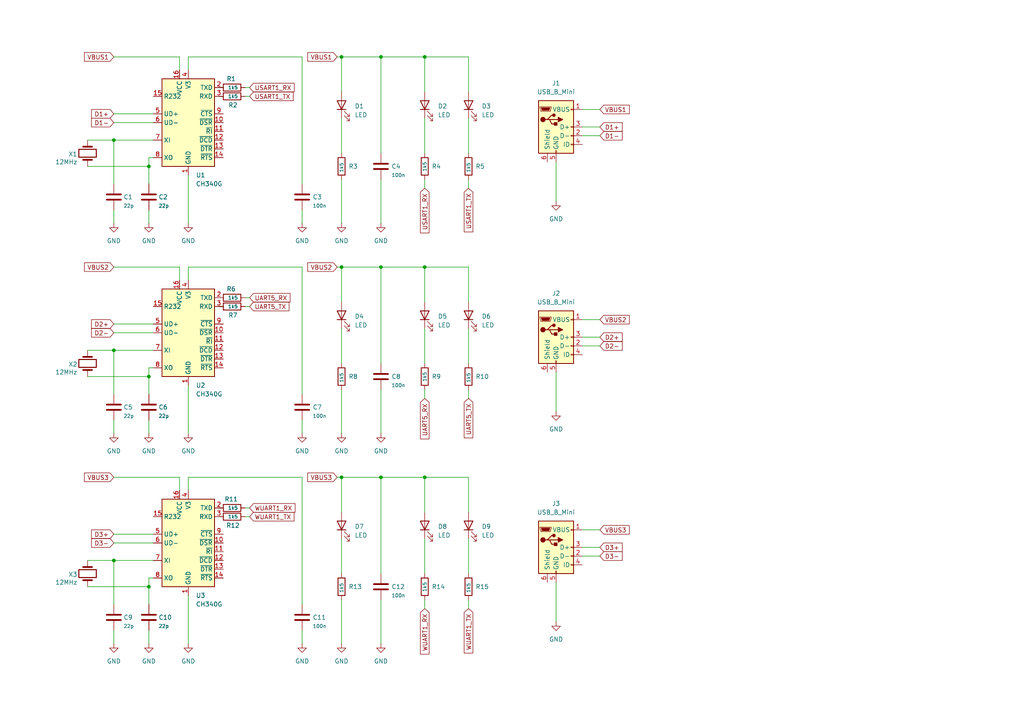
<source format=kicad_sch>
(kicad_sch (version 20231120) (generator "eeschema") (generator_version "8.0")
  (paper "A4")
  (title_block (title "MB02A1 - UART/USB Converters") (date "2025-01-18") (rev "A1"))
  (lib_symbols
    (symbol "Connector:USB_B_Mini" (pin_names (offset 1.016))
      (property "Reference" "J" (at -5.08 11.43 0))
      (property "Value" "USB_B_Mini" (at -5.08 8.89 0))
      (symbol "USB_B_Mini_0_1"
        (rectangle (start -5.08 -7.62) (end 5.08 7.62) (stroke (width 0.254)) (fill (type background)))
        (circle (center -3.81 2.159) (radius 0.635) (stroke (width 0.254)) (fill (type outline)))
        (circle (center -0.635 3.429) (radius 0.381) (stroke (width 0.254)) (fill (type outline)))
        (rectangle (start -0.127 -7.62) (end 0.127 -6.858))
        (polyline (pts (xy -1.905 2.159) (xy 0.635 2.159)) (stroke (width 0.254)))
        (polyline (pts (xy -3.175 2.159) (xy -2.54 2.159) (xy -1.27 3.429) (xy -0.635 3.429)) (stroke (width 0.254)))
        (polyline (pts (xy -2.54 2.159) (xy -1.905 2.159) (xy -1.27 0.889) (xy 0 0.889)) (stroke (width 0.254)))
        (polyline (pts (xy 0.635 2.794) (xy 0.635 1.524) (xy 1.905 2.159) (xy 0.635 2.794)) (stroke (width 0.254)) (fill (type outline)))
        (polyline (pts (xy -4.318 5.588) (xy -1.778 5.588) (xy -2.032 4.826) (xy -4.064 4.826) (xy -4.318 5.588)) (fill (type outline)))
        (polyline (pts (xy -4.699 5.842) (xy -4.699 5.588) (xy -4.445 4.826) (xy -4.445 4.572) (xy -1.651 4.572) (xy -1.651 4.826) (xy -1.397 5.588) (xy -1.397 5.842) (xy -4.699 5.842)))
        (rectangle (start 0.254 1.27) (end -0.508 0.508) (stroke (width 0.254)) (fill (type outline)))
        (rectangle (start 5.08 -5.207) (end 4.318 -4.953))
        (rectangle (start 5.08 -2.667) (end 4.318 -2.413))
        (rectangle (start 5.08 -0.127) (end 4.318 0.127))
        (rectangle (start 5.08 4.953) (end 4.318 5.207))
      )
      (symbol "USB_B_Mini_1_1"
        (pin power_out line (at 7.62 5.08 180) (length 2.54) (name "VBUS") (number "1"))
        (pin bidirectional line (at 7.62 -2.54 180) (length 2.54) (name "D-") (number "2"))
        (pin bidirectional line (at 7.62 0 180) (length 2.54) (name "D+") (number "3"))
        (pin passive line (at 7.62 -5.08 180) (length 2.54) (name "ID") (number "4"))
        (pin power_out line (at 0 -10.16 90) (length 2.54) (name "GND") (number "5"))
        (pin passive line (at -2.54 -10.16 90) (length 2.54) (name "Shield") (number "6"))
      )
    )
    (symbol "Device:C" (pin_numbers hide) (pin_names (offset 0.254))
      (property "Reference" "C" (at 0.635 2.54 0))
      (property "Value" "C" (at 0.635 -2.54 0))
      (symbol "C_0_1"
        (polyline (pts (xy -2.032 -0.762) (xy 2.032 -0.762)) (stroke (width 0.508)))
        (polyline (pts (xy -2.032 0.762) (xy 2.032 0.762)) (stroke (width 0.508)))
      )
      (symbol "C_1_1"
        (pin passive line (at 0 3.81 270) (length 2.794) (name "~") (number "1"))
        (pin passive line (at 0 -3.81 90) (length 2.794) (name "~") (number "2"))
      )
    )
    (symbol "Device:Crystal" (pin_numbers hide) (pin_names (offset 1.016) hide)
      (property "Reference" "Y" (at 0 3.81 0))
      (property "Value" "Crystal" (at 0 -3.81 0))
      (symbol "Crystal_0_1"
        (rectangle (start -1.143 2.54) (end 1.143 -2.54) (stroke (width 0.3048)))
        (polyline (pts (xy -2.54 0) (xy -1.905 0)))
        (polyline (pts (xy -1.905 -1.27) (xy -1.905 1.27)) (stroke (width 0.508)))
        (polyline (pts (xy 1.905 -1.27) (xy 1.905 1.27)) (stroke (width 0.508)))
        (polyline (pts (xy 2.54 0) (xy 1.905 0)))
      )
      (symbol "Crystal_1_1"
        (pin passive line (at -3.81 0 0) (length 1.27) (name "1") (number "1"))
        (pin passive line (at 3.81 0 180) (length 1.27) (name "2") (number "2"))
      )
    )
    (symbol "Device:LED" (pin_numbers hide) (pin_names (offset 1.016) hide)
      (property "Reference" "D" (at 0 2.54 0))
      (property "Value" "LED" (at 0 -2.54 0))
      (symbol "LED_0_1"
        (polyline (pts (xy -1.27 -1.27) (xy -1.27 1.27)) (stroke (width 0.254)))
        (polyline (pts (xy -1.27 0) (xy 1.27 0)))
        (polyline (pts (xy 1.27 -1.27) (xy 1.27 1.27) (xy -1.27 0) (xy 1.27 -1.27)) (stroke (width 0.254)))
        (polyline (pts (xy -3.048 -0.762) (xy -4.572 -2.286) (xy -3.81 -2.286) (xy -4.572 -2.286) (xy -4.572 -1.524)))
        (polyline (pts (xy -1.778 -0.762) (xy -3.302 -2.286) (xy -2.54 -2.286) (xy -3.302 -2.286) (xy -3.302 -1.524)))
      )
      (symbol "LED_1_1"
        (pin passive line (at -3.81 0 0) (length 2.54) (name "K") (number "1"))
        (pin passive line (at 3.81 0 180) (length 2.54) (name "A") (number "2"))
      )
    )
    (symbol "Device:R" (pin_numbers hide) (pin_names (offset 0))
      (property "Reference" "R" (at 2.032 0 90))
      (property "Value" "R" (at 0 0 90))
      (symbol "R_0_1"
        (rectangle (start -1.016 -2.54) (end 1.016 2.54) (stroke (width 0.254)))
      )
      (symbol "R_1_1"
        (pin passive line (at 0 3.81 270) (length 1.27) (name "~") (number "1"))
        (pin passive line (at 0 -3.81 90) (length 1.27) (name "~") (number "2"))
      )
    )
    (symbol "Interface_USB:CH340G"
      (property "Reference" "U" (at -5.08 13.97 0))
      (property "Value" "CH340G" (at 1.27 13.97 0))
      (symbol "CH340G_0_1"
        (rectangle (start -7.62 12.7) (end 7.62 -12.7) (stroke (width 0.254)) (fill (type background)))
      )
      (symbol "CH340G_1_1"
        (pin power_in line (at 0 -15.24 90) (length 2.54) (name "GND") (number "1"))
        (pin input line (at 10.16 0 180) (length 2.54) (name "~{DSR}") (number "10"))
        (pin input line (at 10.16 -2.54 180) (length 2.54) (name "~{RI}") (number "11"))
        (pin input line (at 10.16 -5.08 180) (length 2.54) (name "~{DCD}") (number "12"))
        (pin output line (at 10.16 -7.62 180) (length 2.54) (name "~{DTR}") (number "13"))
        (pin output line (at 10.16 -10.16 180) (length 2.54) (name "~{RTS}") (number "14"))
        (pin input line (at -10.16 7.62 0) (length 2.54) (name "R232") (number "15"))
        (pin power_in line (at -2.54 15.24 270) (length 2.54) (name "VCC") (number "16"))
        (pin output line (at 10.16 10.16 180) (length 2.54) (name "TXD") (number "2"))
        (pin input line (at 10.16 7.62 180) (length 2.54) (name "RXD") (number "3"))
        (pin power_out line (at 0 15.24 270) (length 2.54) (name "V3") (number "4"))
        (pin bidirectional line (at -10.16 2.54 0) (length 2.54) (name "UD+") (number "5"))
        (pin bidirectional line (at -10.16 0 0) (length 2.54) (name "UD-") (number "6"))
        (pin input line (at -10.16 -5.08 0) (length 2.54) (name "XI") (number "7"))
        (pin output line (at -10.16 -10.16 0) (length 2.54) (name "XO") (number "8"))
        (pin input line (at 10.16 2.54 180) (length 2.54) (name "~{CTS}") (number "9"))
      )
    )
    (symbol "power:GND" (power) (pin_numbers hide) (pin_names (offset 0) hide)
      (property "Value" "GND" (at 0 -3.81 0))
      (symbol "GND_0_1"
        (polyline (pts (xy 0 0) (xy 0 -1.27) (xy 1.27 -1.27) (xy 0 -2.54) (xy -1.27 -1.27) (xy 0 -1.27)))
      )
      (symbol "GND_1_1"
        (pin power_in line (at 0 0 270) (length 0) (name "~") (number "1"))
      )
    )
  )
  (junction (at 43.18 48.26))
  (junction (at 99.06 77.47))
  (junction (at 43.18 170.18))
  (junction (at 99.06 16.51))
  (junction (at 99.06 138.43))
  (junction (at 110.49 77.47))
  (junction (at 110.49 16.51))
  (junction (at 123.19 16.51))
  (junction (at 33.02 162.56))
  (junction (at 123.19 77.47))
  (junction (at 110.49 138.43))
  (junction (at 43.18 109.22))
  (junction (at 33.02 40.64))
  (junction (at 123.19 138.43))
  (junction (at 33.02 101.6))
  (wire (pts (xy 161.29 46.99) (xy 161.29 58.42)))
  (wire (pts (xy 33.02 60.96) (xy 33.02 64.77)))
  (wire (pts (xy 52.07 16.51) (xy 52.07 20.32)))
  (wire (pts (xy 43.18 109.22) (xy 43.18 114.3)))
  (wire (pts (xy 33.02 16.51) (xy 52.07 16.51)))
  (wire (pts (xy 135.89 34.29) (xy 135.89 44.45)))
  (wire (pts (xy 33.02 101.6) (xy 44.45 101.6)))
  (wire (pts (xy 110.49 173.99) (xy 110.49 186.69)))
  (wire (pts (xy 135.89 52.07) (xy 135.89 54.61)))
  (wire (pts (xy 64.77 147.32) (xy 63.5 147.32)))
  (wire (pts (xy 135.89 113.03) (xy 135.89 115.57)))
  (wire (pts (xy 99.06 52.07) (xy 99.06 64.77)))
  (wire (pts (xy 64.77 25.4) (xy 63.5 25.4)))
  (wire (pts (xy 110.49 113.03) (xy 110.49 125.73)))
  (wire (pts (xy 71.12 88.9) (xy 72.39 88.9)))
  (wire (pts (xy 87.63 60.96) (xy 87.63 64.77)))
  (wire (pts (xy 54.61 64.77) (xy 54.61 50.8)))
  (wire (pts (xy 64.77 149.86) (xy 63.5 149.86)))
  (wire (pts (xy 33.02 157.48) (xy 44.45 157.48)))
  (wire (pts (xy 87.63 121.92) (xy 87.63 125.73)))
  (wire (pts (xy 71.12 27.94) (xy 72.39 27.94)))
  (wire (pts (xy 135.89 156.21) (xy 135.89 166.37)))
  (wire (pts (xy 110.49 166.37) (xy 110.49 138.43)))
  (wire (pts (xy 110.49 105.41) (xy 110.49 77.47)))
  (wire (pts (xy 43.18 167.64) (xy 44.45 167.64)))
  (wire (pts (xy 168.91 158.75) (xy 173.99 158.75)))
  (wire (pts (xy 123.19 52.07) (xy 123.19 54.61)))
  (wire (pts (xy 110.49 16.51) (xy 99.06 16.51)))
  (wire (pts (xy 43.18 106.68) (xy 43.18 109.22)))
  (wire (pts (xy 25.4 162.56) (xy 33.02 162.56)))
  (wire (pts (xy 87.63 138.43) (xy 54.61 138.43)))
  (wire (pts (xy 33.02 40.64) (xy 44.45 40.64)))
  (wire (pts (xy 99.06 77.47) (xy 99.06 87.63)))
  (wire (pts (xy 43.18 182.88) (xy 43.18 186.69)))
  (wire (pts (xy 123.19 87.63) (xy 123.19 77.47)))
  (wire (pts (xy 99.06 95.25) (xy 99.06 105.41)))
  (wire (pts (xy 33.02 96.52) (xy 44.45 96.52)))
  (wire (pts (xy 99.06 34.29) (xy 99.06 44.45)))
  (wire (pts (xy 43.18 167.64) (xy 43.18 170.18)))
  (wire (pts (xy 33.02 162.56) (xy 33.02 175.26)))
  (wire (pts (xy 168.91 92.71) (xy 173.99 92.71)))
  (wire (pts (xy 135.89 26.67) (xy 135.89 16.51)))
  (wire (pts (xy 52.07 77.47) (xy 52.07 81.28)))
  (wire (pts (xy 52.07 138.43) (xy 52.07 142.24)))
  (wire (pts (xy 54.61 77.47) (xy 54.61 81.28)))
  (wire (pts (xy 64.77 27.94) (xy 63.5 27.94)))
  (wire (pts (xy 33.02 33.02) (xy 44.45 33.02)))
  (wire (pts (xy 54.61 125.73) (xy 54.61 111.76)))
  (wire (pts (xy 25.4 170.18) (xy 43.18 170.18)))
  (wire (pts (xy 97.79 138.43) (xy 99.06 138.43)))
  (wire (pts (xy 33.02 101.6) (xy 33.02 114.3)))
  (wire (pts (xy 135.89 16.51) (xy 123.19 16.51)))
  (wire (pts (xy 123.19 173.99) (xy 123.19 176.53)))
  (wire (pts (xy 99.06 156.21) (xy 99.06 166.37)))
  (wire (pts (xy 64.77 88.9) (xy 63.5 88.9)))
  (wire (pts (xy 33.02 162.56) (xy 44.45 162.56)))
  (wire (pts (xy 110.49 44.45) (xy 110.49 16.51)))
  (wire (pts (xy 33.02 138.43) (xy 52.07 138.43)))
  (wire (pts (xy 87.63 53.34) (xy 87.63 16.51)))
  (wire (pts (xy 43.18 60.96) (xy 43.18 64.77)))
  (wire (pts (xy 33.02 154.94) (xy 44.45 154.94)))
  (wire (pts (xy 33.02 182.88) (xy 33.02 186.69)))
  (wire (pts (xy 135.89 173.99) (xy 135.89 176.53)))
  (wire (pts (xy 110.49 138.43) (xy 99.06 138.43)))
  (wire (pts (xy 99.06 173.99) (xy 99.06 186.69)))
  (wire (pts (xy 168.91 161.29) (xy 173.99 161.29)))
  (wire (pts (xy 168.91 36.83) (xy 173.99 36.83)))
  (wire (pts (xy 87.63 175.26) (xy 87.63 138.43)))
  (wire (pts (xy 87.63 77.47) (xy 54.61 77.47)))
  (wire (pts (xy 71.12 147.32) (xy 72.39 147.32)))
  (wire (pts (xy 54.61 138.43) (xy 54.61 142.24)))
  (wire (pts (xy 33.02 121.92) (xy 33.02 125.73)))
  (wire (pts (xy 25.4 109.22) (xy 43.18 109.22)))
  (wire (pts (xy 54.61 16.51) (xy 54.61 20.32)))
  (wire (pts (xy 123.19 148.59) (xy 123.19 138.43)))
  (wire (pts (xy 71.12 25.4) (xy 72.39 25.4)))
  (wire (pts (xy 71.12 86.36) (xy 72.39 86.36)))
  (wire (pts (xy 168.91 100.33) (xy 173.99 100.33)))
  (wire (pts (xy 87.63 114.3) (xy 87.63 77.47)))
  (wire (pts (xy 43.18 121.92) (xy 43.18 125.73)))
  (wire (pts (xy 25.4 40.64) (xy 33.02 40.64)))
  (wire (pts (xy 71.12 149.86) (xy 72.39 149.86)))
  (wire (pts (xy 135.89 87.63) (xy 135.89 77.47)))
  (wire (pts (xy 168.91 39.37) (xy 173.99 39.37)))
  (wire (pts (xy 110.49 52.07) (xy 110.49 64.77)))
  (wire (pts (xy 161.29 168.91) (xy 161.29 180.34)))
  (wire (pts (xy 135.89 138.43) (xy 123.19 138.43)))
  (wire (pts (xy 33.02 40.64) (xy 33.02 53.34)))
  (wire (pts (xy 87.63 182.88) (xy 87.63 186.69)))
  (wire (pts (xy 43.18 48.26) (xy 43.18 53.34)))
  (wire (pts (xy 97.79 77.47) (xy 99.06 77.47)))
  (wire (pts (xy 99.06 138.43) (xy 99.06 148.59)))
  (wire (pts (xy 43.18 106.68) (xy 44.45 106.68)))
  (wire (pts (xy 54.61 186.69) (xy 54.61 172.72)))
  (wire (pts (xy 123.19 34.29) (xy 123.19 44.45)))
  (wire (pts (xy 33.02 93.98) (xy 44.45 93.98)))
  (wire (pts (xy 135.89 95.25) (xy 135.89 105.41)))
  (wire (pts (xy 33.02 77.47) (xy 52.07 77.47)))
  (wire (pts (xy 135.89 77.47) (xy 123.19 77.47)))
  (wire (pts (xy 123.19 113.03) (xy 123.19 115.57)))
  (wire (pts (xy 123.19 16.51) (xy 110.49 16.51)))
  (wire (pts (xy 87.63 16.51) (xy 54.61 16.51)))
  (wire (pts (xy 135.89 148.59) (xy 135.89 138.43)))
  (wire (pts (xy 110.49 77.47) (xy 99.06 77.47)))
  (wire (pts (xy 99.06 16.51) (xy 99.06 26.67)))
  (wire (pts (xy 123.19 95.25) (xy 123.19 105.41)))
  (wire (pts (xy 64.77 86.36) (xy 63.5 86.36)))
  (wire (pts (xy 123.19 77.47) (xy 110.49 77.47)))
  (wire (pts (xy 168.91 153.67) (xy 173.99 153.67)))
  (wire (pts (xy 25.4 101.6) (xy 33.02 101.6)))
  (wire (pts (xy 99.06 113.03) (xy 99.06 125.73)))
  (wire (pts (xy 43.18 45.72) (xy 43.18 48.26)))
  (wire (pts (xy 123.19 26.67) (xy 123.19 16.51)))
  (wire (pts (xy 123.19 156.21) (xy 123.19 166.37)))
  (wire (pts (xy 97.79 16.51) (xy 99.06 16.51)))
  (wire (pts (xy 43.18 170.18) (xy 43.18 175.26)))
  (wire (pts (xy 43.18 45.72) (xy 44.45 45.72)))
  (wire (pts (xy 25.4 48.26) (xy 43.18 48.26)))
  (wire (pts (xy 168.91 97.79) (xy 173.99 97.79)))
  (wire (pts (xy 123.19 138.43) (xy 110.49 138.43)))
  (wire (pts (xy 161.29 107.95) (xy 161.29 119.38)))
  (wire (pts (xy 168.91 31.75) (xy 173.99 31.75)))
  (wire (pts (xy 33.02 35.56) (xy 44.45 35.56)))
  (global_label "D3+" (shape input) (at 33.02 154.94 180) (property "Intersheetrefs" "${INTERSHEET_REFS}" (effects (hide yes))))
  (global_label "VBUS2" (shape input) (at 173.99 92.71 0) (property "Intersheetrefs" "${INTERSHEET_REFS}" (effects (hide yes))))
  (global_label "D1-" (shape input) (at 173.99 39.37 0) (property "Intersheetrefs" "${INTERSHEET_REFS}" (effects (hide yes))))
  (global_label "WUART1_TX" (shape input) (at 135.89 176.53 270) (property "Intersheetrefs" "${INTERSHEET_REFS}" (effects (hide yes))))
  (global_label "D2-" (shape input) (at 33.02 96.52 180) (property "Intersheetrefs" "${INTERSHEET_REFS}" (effects (hide yes))))
  (global_label "WUART1_TX" (shape input) (at 72.39 149.86 0) (property "Intersheetrefs" "${INTERSHEET_REFS}" (effects (hide yes))))
  (global_label "D3-" (shape input) (at 33.02 157.48 180) (property "Intersheetrefs" "${INTERSHEET_REFS}" (effects (hide yes))))
  (global_label "D2+" (shape input) (at 173.99 97.79 0) (property "Intersheetrefs" "${INTERSHEET_REFS}" (effects (hide yes))))
  (global_label "UART5_TX" (shape input) (at 72.39 88.9 0) (property "Intersheetrefs" "${INTERSHEET_REFS}" (effects (hide yes))))
  (global_label "WUART1_RX" (shape input) (at 72.39 147.32 0) (property "Intersheetrefs" "${INTERSHEET_REFS}" (effects (hide yes))))
  (global_label "WUART1_RX" (shape input) (at 123.19 176.53 270) (property "Intersheetrefs" "${INTERSHEET_REFS}" (effects (hide yes))))
  (global_label "USART1_TX" (shape input) (at 72.39 27.94 0) (property "Intersheetrefs" "${INTERSHEET_REFS}" (effects (hide yes))))
  (global_label "UART5_TX" (shape input) (at 135.89 115.57 270) (property "Intersheetrefs" "${INTERSHEET_REFS}" (effects (hide yes))))
  (global_label "D3+" (shape input) (at 173.99 158.75 0) (property "Intersheetrefs" "${INTERSHEET_REFS}" (effects (hide yes))))
  (global_label "VBUS1" (shape input) (at 173.99 31.75 0) (property "Intersheetrefs" "${INTERSHEET_REFS}" (effects (hide yes))))
  (global_label "VBUS3" (shape input) (at 97.79 138.43 180) (property "Intersheetrefs" "${INTERSHEET_REFS}" (effects (hide yes))))
  (global_label "D2-" (shape input) (at 173.99 100.33 0) (property "Intersheetrefs" "${INTERSHEET_REFS}" (effects (hide yes))))
  (global_label "D1+" (shape input) (at 173.99 36.83 0) (property "Intersheetrefs" "${INTERSHEET_REFS}" (effects (hide yes))))
  (global_label "VBUS1" (shape input) (at 97.79 16.51 180) (property "Intersheetrefs" "${INTERSHEET_REFS}" (effects (hide yes))))
  (global_label "USART1_RX" (shape input) (at 123.19 54.61 270) (property "Intersheetrefs" "${INTERSHEET_REFS}" (effects (hide yes))))
  (global_label "VBUS2" (shape input) (at 97.79 77.47 180) (property "Intersheetrefs" "${INTERSHEET_REFS}" (effects (hide yes))))
  (global_label "USART1_RX" (shape input) (at 72.39 25.4 0) (property "Intersheetrefs" "${INTERSHEET_REFS}" (effects (hide yes))))
  (global_label "UART5_RX" (shape input) (at 72.39 86.36 0) (property "Intersheetrefs" "${INTERSHEET_REFS}" (effects (hide yes))))
  (global_label "UART5_RX" (shape input) (at 123.19 115.57 270) (property "Intersheetrefs" "${INTERSHEET_REFS}" (effects (hide yes))))
  (global_label "VBUS3" (shape input) (at 33.02 138.43 180) (property "Intersheetrefs" "${INTERSHEET_REFS}" (effects (hide yes))))
  (global_label "D3-" (shape input) (at 173.99 161.29 0) (property "Intersheetrefs" "${INTERSHEET_REFS}" (effects (hide yes))))
  (global_label "VBUS1" (shape input) (at 33.02 16.51 180) (property "Intersheetrefs" "${INTERSHEET_REFS}" (effects (hide yes))))
  (global_label "VBUS3" (shape input) (at 173.99 153.67 0) (property "Intersheetrefs" "${INTERSHEET_REFS}" (effects (hide yes))))
  (global_label "D1+" (shape input) (at 33.02 33.02 180) (property "Intersheetrefs" "${INTERSHEET_REFS}" (effects (hide yes))))
  (global_label "D1-" (shape input) (at 33.02 35.56 180) (property "Intersheetrefs" "${INTERSHEET_REFS}" (effects (hide yes))))
  (global_label "D2+" (shape input) (at 33.02 93.98 180) (property "Intersheetrefs" "${INTERSHEET_REFS}" (effects (hide yes))))
  (global_label "USART1_TX" (shape input) (at 135.89 54.61 270) (property "Intersheetrefs" "${INTERSHEET_REFS}" (effects (hide yes))))
  (global_label "VBUS2" (shape input) (at 33.02 77.47 180) (property "Intersheetrefs" "${INTERSHEET_REFS}" (effects (hide yes))))
  (symbol (lib_id "power:GND") (at 33.02 186.69 0) (unit 1)
    (property "Reference" "#PWR013" (effects (hide yes)))
    (property "Value" "GND" (at 33.02 191.77 0))
    (property "Description" "Power symbol creates a global label with name \"GND\" , ground" (effects (hide yes)))
  )
  (symbol (lib_id "Device:LED") (at 135.89 91.44 90) (unit 1)
    (property "Reference" "D6" (at 139.7 91.7574 90) (effects (justify right)))
    (property "Value" "LED" (at 139.7 94.2974 90) (effects (justify right)))
    (property "Footprint" "LED_SMD:LED_1206_3216Metric" (effects (hide yes)))
    (property "Description" "Light emitting diode" (effects (hide yes)))
  )
  (symbol (lib_id "power:GND") (at 43.18 64.77 0) (unit 1)
    (property "Reference" "#PWR02" (effects (hide yes)))
    (property "Value" "GND" (at 43.18 69.85 0))
    (property "Description" "Power symbol creates a global label with name \"GND\" , ground" (effects (hide yes)))
  )
  (symbol (lib_id "power:GND") (at 110.49 64.77 0) (unit 1)
    (property "Reference" "#PWR06" (effects (hide yes)))
    (property "Value" "GND" (at 110.49 69.85 0))
    (property "Description" "Power symbol creates a global label with name \"GND\" , ground" (effects (hide yes)))
  )
  (symbol (lib_id "Device:R") (at 135.89 48.26 0) (unit 1)
    (property "Reference" "R5" (at 137.922 48.26 0) (effects (justify left)))
    (property "Value" "1k5" (at 135.89 50.038 90) (effects (font (size 1.016 1.016)) (justify left)))
    (property "Footprint" "Resistor_SMD:R_0805_2012Metric" (effects (hide yes)))
    (property "Description" "Resistor" (effects (hide yes)))
  )
  (symbol (lib_id "power:GND") (at 87.63 186.69 0) (unit 1)
    (property "Reference" "#PWR016" (effects (hide yes)))
    (property "Value" "GND" (at 87.63 191.77 0))
    (property "Description" "Power symbol creates a global label with name \"GND\" , ground" (effects (hide yes)))
  )
  (symbol (lib_id "power:GND") (at 33.02 64.77 0) (unit 1)
    (property "Reference" "#PWR01" (effects (hide yes)))
    (property "Value" "GND" (at 33.02 69.85 0))
    (property "Description" "Power symbol creates a global label with name \"GND\" , ground" (effects (hide yes)))
  )
  (symbol (lib_id "power:GND") (at 99.06 125.73 0) (unit 1)
    (property "Reference" "#PWR011" (effects (hide yes)))
    (property "Value" "GND" (at 99.06 130.81 0))
    (property "Description" "Power symbol creates a global label with name \"GND\" , ground" (effects (hide yes)))
  )
  (symbol (lib_id "Device:R") (at 123.19 109.22 0) (unit 1)
    (property "Reference" "R9" (at 125.222 109.22 0) (effects (justify left)))
    (property "Value" "1k5" (at 123.19 110.744 90) (effects (font (size 1.016 1.016)) (justify left)))
    (property "Footprint" "Resistor_SMD:R_0805_2012Metric" (effects (hide yes)))
    (property "Description" "Resistor" (effects (hide yes)))
  )
  (symbol (lib_id "Device:LED") (at 123.19 152.4 90) (unit 1)
    (property "Reference" "D8" (at 127 152.7174 90) (effects (justify right)))
    (property "Value" "LED" (at 127 155.2574 90) (effects (justify right)))
    (property "Footprint" "LED_SMD:LED_1206_3216Metric" (effects (hide yes)))
    (property "Description" "Light emitting diode" (effects (hide yes)))
  )
  (symbol (lib_id "power:GND") (at 161.29 119.38 0) (unit 1)
    (property "Reference" "#PWR020" (effects (hide yes)))
    (property "Value" "GND" (at 161.29 124.46 0))
    (property "Description" "Power symbol creates a global label with name \"GND\" , ground" (effects (hide yes)))
  )
  (symbol (lib_id "Device:R") (at 67.31 88.9 90) (unit 1)
    (property "Reference" "R7" (at 67.564 91.44 90))
    (property "Value" "1k5" (at 67.564 88.9 90) (effects (font (size 1.016 1.016))))
    (property "Footprint" "Resistor_SMD:R_0805_2012Metric" (effects (hide yes)))
    (property "Description" "Resistor" (effects (hide yes)))
  )
  (symbol (lib_id "Device:Crystal") (at 25.4 166.37 90) (unit 1)
    (property "Reference" "X3" (at 19.812 166.624 90) (effects (justify right)))
    (property "Value" "12MHz" (at 16.002 168.91 90) (effects (justify right)))
    (property "Footprint" "Crystal:Crystal_HC18-U_Vertical" (effects (hide yes)))
    (property "Description" "Two pin crystal" (effects (hide yes)))
  )
  (symbol (lib_id "Device:C") (at 110.49 48.26 0) (unit 1)
    (property "Reference" "C4" (at 113.538 48.26 0) (effects (justify left)))
    (property "Value" "100n" (at 113.538 50.8 0) (effects (font (size 1.016 1.016)) (justify left)))
    (property "Footprint" "Capacitor_SMD:C_0805_2012Metric" (effects (hide yes)))
    (property "Description" "Unpolarized capacitor" (effects (hide yes)))
  )
  (symbol (lib_id "power:GND") (at 54.61 186.69 0) (unit 1)
    (property "Reference" "#PWR015" (effects (hide yes)))
    (property "Value" "GND" (at 54.61 191.77 0))
    (property "Description" "Power symbol creates a global label with name \"GND\" , ground" (effects (hide yes)))
  )
  (symbol (lib_id "Device:C") (at 33.02 57.15 0) (unit 1)
    (property "Reference" "C1" (at 35.814 57.15 0) (effects (justify left)))
    (property "Value" "22p" (at 35.814 59.69 0) (effects (font (size 1.016 1.016)) (justify left)))
    (property "Footprint" "Capacitor_SMD:C_0805_2012Metric" (effects (hide yes)))
    (property "Description" "Unpolarized capacitor" (effects (hide yes)))
  )
  (symbol (lib_id "Device:C") (at 33.02 179.07 0) (unit 1)
    (property "Reference" "C9" (at 35.814 179.07 0) (effects (justify left)))
    (property "Value" "22p" (at 35.814 181.61 0) (effects (font (size 1.016 1.016)) (justify left)))
    (property "Footprint" "Capacitor_SMD:C_0805_2012Metric" (effects (hide yes)))
    (property "Description" "Unpolarized capacitor" (effects (hide yes)))
  )
  (symbol (lib_id "power:GND") (at 54.61 64.77 0) (unit 1)
    (property "Reference" "#PWR03" (effects (hide yes)))
    (property "Value" "GND" (at 54.61 69.85 0))
    (property "Description" "Power symbol creates a global label with name \"GND\" , ground" (effects (hide yes)))
  )
  (symbol (lib_id "Interface_USB:CH340G") (at 54.61 96.52 0) (unit 1)
    (property "Reference" "U2" (at 56.8041 111.76 0) (effects (justify left)))
    (property "Value" "CH340G" (at 56.8041 114.3 0) (effects (justify left)))
    (property "Footprint" "Package_SO:SOIC-16_3.9x9.9mm_P1.27mm" (effects (hide yes)))
    (property "Datasheet" "http://www.datasheet5.com/pdf-local-2195953" (effects (hide yes)))
    (property "Description" "USB serial converter, UART, SOIC-16" (effects (hide yes)))
  )
  (symbol (lib_id "Device:LED") (at 135.89 30.48 90) (unit 1)
    (property "Reference" "D3" (at 139.7 30.7974 90) (effects (justify right)))
    (property "Value" "LED" (at 139.7 33.3374 90) (effects (justify right)))
    (property "Footprint" "LED_SMD:LED_1206_3216Metric" (effects (hide yes)))
    (property "Description" "Light emitting diode" (effects (hide yes)))
  )
  (symbol (lib_id "Device:Crystal") (at 25.4 44.45 90) (unit 1)
    (property "Reference" "X1" (at 19.812 44.704 90) (effects (justify right)))
    (property "Value" "12MHz" (at 16.002 46.99 90) (effects (justify right)))
    (property "Footprint" "Crystal:Crystal_HC18-U_Vertical" (effects (hide yes)))
    (property "Description" "Two pin crystal" (effects (hide yes)))
  )
  (symbol (lib_id "power:GND") (at 43.18 186.69 0) (unit 1)
    (property "Reference" "#PWR014" (effects (hide yes)))
    (property "Value" "GND" (at 43.18 191.77 0))
    (property "Description" "Power symbol creates a global label with name \"GND\" , ground" (effects (hide yes)))
  )
  (symbol (lib_id "Device:R") (at 135.89 109.22 0) (unit 1)
    (property "Reference" "R10" (at 137.922 109.22 0) (effects (justify left)))
    (property "Value" "1k5" (at 135.89 110.998 90) (effects (font (size 1.016 1.016)) (justify left)))
    (property "Footprint" "Resistor_SMD:R_0805_2012Metric" (effects (hide yes)))
    (property "Description" "Resistor" (effects (hide yes)))
  )
  (symbol (lib_id "Interface_USB:CH340G") (at 54.61 157.48 0) (unit 1)
    (property "Reference" "U3" (at 56.8041 172.72 0) (effects (justify left)))
    (property "Value" "CH340G" (at 56.8041 175.26 0) (effects (justify left)))
    (property "Footprint" "Package_SO:SOIC-16_3.9x9.9mm_P1.27mm" (effects (hide yes)))
    (property "Datasheet" "http://www.datasheet5.com/pdf-local-2195953" (effects (hide yes)))
    (property "Description" "USB serial converter, UART, SOIC-16" (effects (hide yes)))
  )
  (symbol (lib_id "Device:R") (at 99.06 170.18 0) (unit 1)
    (property "Reference" "R13" (at 101.092 170.18 0) (effects (justify left)))
    (property "Value" "1k5" (at 99.06 171.958 90) (effects (font (size 1.016 1.016)) (justify left)))
    (property "Footprint" "Resistor_SMD:R_0805_2012Metric" (effects (hide yes)))
    (property "Description" "Resistor" (effects (hide yes)))
  )
  (symbol (lib_id "Device:R") (at 123.19 170.18 0) (unit 1)
    (property "Reference" "R14" (at 125.222 170.18 0) (effects (justify left)))
    (property "Value" "1k5" (at 123.19 171.704 90) (effects (font (size 1.016 1.016)) (justify left)))
    (property "Footprint" "Resistor_SMD:R_0805_2012Metric" (effects (hide yes)))
    (property "Description" "Resistor" (effects (hide yes)))
  )
  (symbol (lib_id "Device:C") (at 33.02 118.11 0) (unit 1)
    (property "Reference" "C5" (at 35.814 118.11 0) (effects (justify left)))
    (property "Value" "22p" (at 35.814 120.65 0) (effects (font (size 1.016 1.016)) (justify left)))
    (property "Footprint" "Capacitor_SMD:C_0805_2012Metric" (effects (hide yes)))
    (property "Description" "Unpolarized capacitor" (effects (hide yes)))
  )
  (symbol (lib_id "Device:R") (at 67.31 147.32 90) (unit 1)
    (property "Reference" "R11" (at 67.056 144.78 90))
    (property "Value" "1k5" (at 67.564 147.32 90) (effects (font (size 1.016 1.016))))
    (property "Footprint" "Resistor_SMD:R_0805_2012Metric" (effects (hide yes)))
    (property "Description" "Resistor" (effects (hide yes)))
  )
  (symbol (lib_id "Device:C") (at 43.18 179.07 0) (unit 1)
    (property "Reference" "C10" (at 45.974 179.07 0) (effects (justify left)))
    (property "Value" "22p" (at 45.974 181.61 0) (effects (font (size 1.016 1.016)) (justify left)))
    (property "Footprint" "Capacitor_SMD:C_0805_2012Metric" (effects (hide yes)))
    (property "Description" "Unpolarized capacitor" (effects (hide yes)))
  )
  (symbol (lib_id "Device:R") (at 123.19 48.26 0) (unit 1)
    (property "Reference" "R4" (at 125.222 48.26 0) (effects (justify left)))
    (property "Value" "1k5" (at 123.19 49.784 90) (effects (font (size 1.016 1.016)) (justify left)))
    (property "Footprint" "Resistor_SMD:R_0805_2012Metric" (effects (hide yes)))
    (property "Description" "Resistor" (effects (hide yes)))
  )
  (symbol (lib_id "Device:R") (at 99.06 109.22 0) (unit 1)
    (property "Reference" "R8" (at 101.092 109.22 0) (effects (justify left)))
    (property "Value" "1k5" (at 99.06 110.998 90) (effects (font (size 1.016 1.016)) (justify left)))
    (property "Footprint" "Resistor_SMD:R_0805_2012Metric" (effects (hide yes)))
    (property "Description" "Resistor" (effects (hide yes)))
  )
  (symbol (lib_id "Device:R") (at 67.31 25.4 90) (unit 1)
    (property "Reference" "R1" (at 67.056 22.86 90))
    (property "Value" "1k5" (at 67.564 25.4 90) (effects (font (size 1.016 1.016))))
    (property "Footprint" "Resistor_SMD:R_0805_2012Metric" (effects (hide yes)))
    (property "Description" "Resistor" (effects (hide yes)))
  )
  (symbol (lib_id "power:GND") (at 110.49 186.69 0) (unit 1)
    (property "Reference" "#PWR018" (effects (hide yes)))
    (property "Value" "GND" (at 110.49 191.77 0))
    (property "Description" "Power symbol creates a global label with name \"GND\" , ground" (effects (hide yes)))
  )
  (symbol (lib_id "power:GND") (at 110.49 125.73 0) (unit 1)
    (property "Reference" "#PWR012" (effects (hide yes)))
    (property "Value" "GND" (at 110.49 130.81 0))
    (property "Description" "Power symbol creates a global label with name \"GND\" , ground" (effects (hide yes)))
  )
  (symbol (lib_id "Device:Crystal") (at 25.4 105.41 90) (unit 1)
    (property "Reference" "X2" (at 19.812 105.664 90) (effects (justify right)))
    (property "Value" "12MHz" (at 16.002 107.95 90) (effects (justify right)))
    (property "Footprint" "Crystal:Crystal_HC18-U_Vertical" (effects (hide yes)))
    (property "Description" "Two pin crystal" (effects (hide yes)))
  )
  (symbol (lib_id "Device:C") (at 43.18 118.11 0) (unit 1)
    (property "Reference" "C6" (at 45.974 118.11 0) (effects (justify left)))
    (property "Value" "22p" (at 45.974 120.65 0) (effects (font (size 1.016 1.016)) (justify left)))
    (property "Footprint" "Capacitor_SMD:C_0805_2012Metric" (effects (hide yes)))
    (property "Description" "Unpolarized capacitor" (effects (hide yes)))
  )
  (symbol (lib_id "Device:LED") (at 99.06 152.4 90) (unit 1)
    (property "Reference" "D7" (at 102.87 152.7174 90) (effects (justify right)))
    (property "Value" "LED" (at 102.87 155.2574 90) (effects (justify right)))
    (property "Footprint" "LED_SMD:LED_1206_3216Metric" (effects (hide yes)))
    (property "Description" "Light emitting diode" (effects (hide yes)))
  )
  (symbol (lib_id "Device:C") (at 87.63 57.15 0) (unit 1)
    (property "Reference" "C3" (at 90.678 57.15 0) (effects (justify left)))
    (property "Value" "100n" (at 90.678 59.69 0) (effects (font (size 1.016 1.016)) (justify left)))
    (property "Footprint" "Capacitor_SMD:C_0805_2012Metric" (effects (hide yes)))
    (property "Description" "Unpolarized capacitor" (effects (hide yes)))
  )
  (symbol (lib_id "Interface_USB:CH340G") (at 54.61 35.56 0) (unit 1)
    (property "Reference" "U1" (at 56.8041 50.8 0) (effects (justify left)))
    (property "Value" "CH340G" (at 56.8041 53.34 0) (effects (justify left)))
    (property "Footprint" "Package_SO:SOIC-16_3.9x9.9mm_P1.27mm" (effects (hide yes)))
    (property "Datasheet" "http://www.datasheet5.com/pdf-local-2195953" (effects (hide yes)))
    (property "Description" "USB serial converter, UART, SOIC-16" (effects (hide yes)))
  )
  (symbol (lib_id "Device:C") (at 87.63 118.11 0) (unit 1)
    (property "Reference" "C7" (at 90.678 118.11 0) (effects (justify left)))
    (property "Value" "100n" (at 90.678 120.65 0) (effects (font (size 1.016 1.016)) (justify left)))
    (property "Footprint" "Capacitor_SMD:C_0805_2012Metric" (effects (hide yes)))
    (property "Description" "Unpolarized capacitor" (effects (hide yes)))
  )
  (symbol (lib_id "Connector:USB_B_Mini") (at 161.29 97.79 0) (unit 1)
    (property "Reference" "J2" (at 161.29 85.09 0))
    (property "Value" "USB_B_Mini" (at 161.29 87.63 0))
    (property "Footprint" "Connector_USB:USB_Mini-B_Wuerth_65100516121_Horizontal" (effects (hide yes)))
    (property "Description" "USB Mini Type B connector" (effects (hide yes)))
  )
  (symbol (lib_id "power:GND") (at 161.29 58.42 0) (unit 1)
    (property "Reference" "#PWR019" (effects (hide yes)))
    (property "Value" "GND" (at 161.29 63.5 0))
    (property "Description" "Power symbol creates a global label with name \"GND\" , ground" (effects (hide yes)))
  )
  (symbol (lib_id "power:GND") (at 54.61 125.73 0) (unit 1)
    (property "Reference" "#PWR09" (effects (hide yes)))
    (property "Value" "GND" (at 54.61 130.81 0))
    (property "Description" "Power symbol creates a global label with name \"GND\" , ground" (effects (hide yes)))
  )
  (symbol (lib_id "Device:LED") (at 99.06 30.48 90) (unit 1)
    (property "Reference" "D1" (at 102.87 30.7974 90) (effects (justify right)))
    (property "Value" "LED" (at 102.87 33.3374 90) (effects (justify right)))
    (property "Footprint" "LED_SMD:LED_1206_3216Metric" (effects (hide yes)))
    (property "Description" "Light emitting diode" (effects (hide yes)))
  )
  (symbol (lib_id "Device:C") (at 110.49 109.22 0) (unit 1)
    (property "Reference" "C8" (at 113.538 109.22 0) (effects (justify left)))
    (property "Value" "100n" (at 113.538 111.76 0) (effects (font (size 1.016 1.016)) (justify left)))
    (property "Footprint" "Capacitor_SMD:C_0805_2012Metric" (effects (hide yes)))
    (property "Description" "Unpolarized capacitor" (effects (hide yes)))
  )
  (symbol (lib_id "Connector:USB_B_Mini") (at 161.29 158.75 0) (unit 1)
    (property "Reference" "J3" (at 161.29 146.05 0))
    (property "Value" "USB_B_Mini" (at 161.29 148.59 0))
    (property "Footprint" "Connector_USB:USB_Mini-B_Wuerth_65100516121_Horizontal" (effects (hide yes)))
    (property "Description" "USB Mini Type B connector" (effects (hide yes)))
  )
  (symbol (lib_id "power:GND") (at 43.18 125.73 0) (unit 1)
    (property "Reference" "#PWR08" (effects (hide yes)))
    (property "Value" "GND" (at 43.18 130.81 0))
    (property "Description" "Power symbol creates a global label with name \"GND\" , ground" (effects (hide yes)))
  )
  (symbol (lib_id "Device:C") (at 87.63 179.07 0) (unit 1)
    (property "Reference" "C11" (at 90.678 179.07 0) (effects (justify left)))
    (property "Value" "100n" (at 90.678 181.61 0) (effects (font (size 1.016 1.016)) (justify left)))
    (property "Footprint" "Capacitor_SMD:C_0805_2012Metric" (effects (hide yes)))
    (property "Description" "Unpolarized capacitor" (effects (hide yes)))
  )
  (symbol (lib_id "power:GND") (at 99.06 186.69 0) (unit 1)
    (property "Reference" "#PWR017" (effects (hide yes)))
    (property "Value" "GND" (at 99.06 191.77 0))
    (property "Description" "Power symbol creates a global label with name \"GND\" , ground" (effects (hide yes)))
  )
  (symbol (lib_id "Device:LED") (at 99.06 91.44 90) (unit 1)
    (property "Reference" "D4" (at 102.87 91.7574 90) (effects (justify right)))
    (property "Value" "LED" (at 102.87 94.2974 90) (effects (justify right)))
    (property "Footprint" "LED_SMD:LED_1206_3216Metric" (effects (hide yes)))
    (property "Description" "Light emitting diode" (effects (hide yes)))
  )
  (symbol (lib_id "power:GND") (at 161.29 180.34 0) (unit 1)
    (property "Reference" "#PWR021" (effects (hide yes)))
    (property "Value" "GND" (at 161.29 185.42 0))
    (property "Description" "Power symbol creates a global label with name \"GND\" , ground" (effects (hide yes)))
  )
  (symbol (lib_id "power:GND") (at 99.06 64.77 0) (unit 1)
    (property "Reference" "#PWR05" (effects (hide yes)))
    (property "Value" "GND" (at 99.06 69.85 0))
    (property "Description" "Power symbol creates a global label with name \"GND\" , ground" (effects (hide yes)))
  )
  (symbol (lib_id "power:GND") (at 87.63 64.77 0) (unit 1)
    (property "Reference" "#PWR04" (effects (hide yes)))
    (property "Value" "GND" (at 87.63 69.85 0))
    (property "Description" "Power symbol creates a global label with name \"GND\" , ground" (effects (hide yes)))
  )
  (symbol (lib_id "Device:R") (at 99.06 48.26 0) (unit 1)
    (property "Reference" "R3" (at 101.092 48.26 0) (effects (justify left)))
    (property "Value" "1k5" (at 99.06 50.038 90) (effects (font (size 1.016 1.016)) (justify left)))
    (property "Footprint" "Resistor_SMD:R_0805_2012Metric" (effects (hide yes)))
    (property "Description" "Resistor" (effects (hide yes)))
  )
  (symbol (lib_id "Device:C") (at 43.18 57.15 0) (unit 1)
    (property "Reference" "C2" (at 45.974 57.15 0) (effects (justify left)))
    (property "Value" "22p" (at 45.974 59.69 0) (effects (font (size 1.016 1.016)) (justify left)))
    (property "Footprint" "Capacitor_SMD:C_0805_2012Metric" (effects (hide yes)))
    (property "Description" "Unpolarized capacitor" (effects (hide yes)))
  )
  (symbol (lib_id "Device:R") (at 67.31 27.94 90) (unit 1)
    (property "Reference" "R2" (at 67.564 30.48 90))
    (property "Value" "1k5" (at 67.564 27.94 90) (effects (font (size 1.016 1.016))))
    (property "Footprint" "Resistor_SMD:R_0805_2012Metric" (effects (hide yes)))
    (property "Description" "Resistor" (effects (hide yes)))
  )
  (symbol (lib_id "Device:LED") (at 123.19 30.48 90) (unit 1)
    (property "Reference" "D2" (at 127 30.7974 90) (effects (justify right)))
    (property "Value" "LED" (at 127 33.3374 90) (effects (justify right)))
    (property "Footprint" "LED_SMD:LED_1206_3216Metric" (effects (hide yes)))
    (property "Description" "Light emitting diode" (effects (hide yes)))
  )
  (symbol (lib_id "power:GND") (at 87.63 125.73 0) (unit 1)
    (property "Reference" "#PWR010" (effects (hide yes)))
    (property "Value" "GND" (at 87.63 130.81 0))
    (property "Description" "Power symbol creates a global label with name \"GND\" , ground" (effects (hide yes)))
  )
  (symbol (lib_id "Connector:USB_B_Mini") (at 161.29 36.83 0) (unit 1)
    (property "Reference" "J1" (at 161.29 24.13 0))
    (property "Value" "USB_B_Mini" (at 161.29 26.67 0))
    (property "Footprint" "Connector_USB:USB_Mini-B_Wuerth_65100516121_Horizontal" (effects (hide yes)))
    (property "Description" "USB Mini Type B connector" (effects (hide yes)))
  )
  (symbol (lib_id "power:GND") (at 33.02 125.73 0) (unit 1)
    (property "Reference" "#PWR07" (effects (hide yes)))
    (property "Value" "GND" (at 33.02 130.81 0))
    (property "Description" "Power symbol creates a global label with name \"GND\" , ground" (effects (hide yes)))
  )
  (symbol (lib_id "Device:R") (at 67.31 149.86 90) (unit 1)
    (property "Reference" "R12" (at 67.564 152.4 90))
    (property "Value" "1k5" (at 67.564 149.86 90) (effects (font (size 1.016 1.016))))
    (property "Footprint" "Resistor_SMD:R_0805_2012Metric" (effects (hide yes)))
    (property "Description" "Resistor" (effects (hide yes)))
  )
  (symbol (lib_id "Device:LED") (at 135.89 152.4 90) (unit 1)
    (property "Reference" "D9" (at 139.7 152.7174 90) (effects (justify right)))
    (property "Value" "LED" (at 139.7 155.2574 90) (effects (justify right)))
    (property "Footprint" "LED_SMD:LED_1206_3216Metric" (effects (hide yes)))
    (property "Description" "Light emitting diode" (effects (hide yes)))
  )
  (symbol (lib_id "Device:LED") (at 123.19 91.44 90) (unit 1)
    (property "Reference" "D5" (at 127 91.7574 90) (effects (justify right)))
    (property "Value" "LED" (at 127 94.2974 90) (effects (justify right)))
    (property "Footprint" "LED_SMD:LED_1206_3216Metric" (effects (hide yes)))
    (property "Description" "Light emitting diode" (effects (hide yes)))
  )
  (symbol (lib_id "Device:R") (at 135.89 170.18 0) (unit 1)
    (property "Reference" "R15" (at 137.922 170.18 0) (effects (justify left)))
    (property "Value" "1k5" (at 135.89 171.958 90) (effects (font (size 1.016 1.016)) (justify left)))
    (property "Footprint" "Resistor_SMD:R_0805_2012Metric" (effects (hide yes)))
    (property "Description" "Resistor" (effects (hide yes)))
  )
  (symbol (lib_id "Device:R") (at 67.31 86.36 90) (unit 1)
    (property "Reference" "R6" (at 67.056 83.82 90))
    (property "Value" "1k5" (at 67.564 86.36 90) (effects (font (size 1.016 1.016))))
    (property "Footprint" "Resistor_SMD:R_0805_2012Metric" (effects (hide yes)))
    (property "Description" "Resistor" (effects (hide yes)))
  )
  (symbol (lib_id "Device:C") (at 110.49 170.18 0) (unit 1)
    (property "Reference" "C12" (at 113.538 170.18 0) (effects (justify left)))
    (property "Value" "100n" (at 113.538 172.72 0) (effects (font (size 1.016 1.016)) (justify left)))
    (property "Footprint" "Capacitor_SMD:C_0805_2012Metric" (effects (hide yes)))
    (property "Description" "Unpolarized capacitor" (effects (hide yes)))
  )
)
</source>
